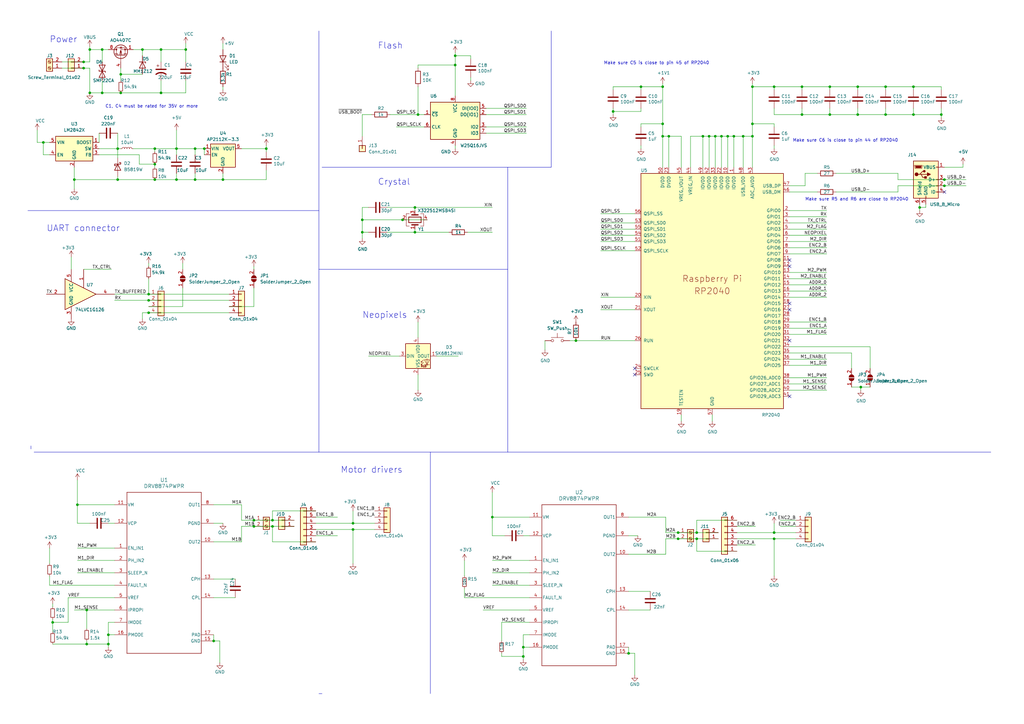
<source format=kicad_sch>
(kicad_sch (version 20230121) (generator eeschema)
  (paper "A3")
  (title_block (date "2022-01-29"))
  (junction (at 111.76 213.36))
  (junction (at 49.53 30.48))
  (junction (at 104.14 213.36))
  (junction (at 63.5 67.31))
  (junction (at 44.45 260.35))
  (junction (at 91.44 73.66))
  (junction (at 72.39 73.66))
  (junction (at 285.75 220.98))
  (junction (at 41.91 38.1))
  (junction (at 41.91 20.32))
  (junction (at 63.5 73.66))
  (junction (at 60.96 128.27))
  (junction (at 274.32 55.88))
  (junction (at 144.78 217.17))
  (junction (at 80.01 60.96))
  (junction (at 328.93 35.56))
  (junction (at 298.45 55.88))
  (junction (at 148.59 95.25))
  (junction (at 30.48 73.66))
  (junction (at 60.96 123.19))
  (junction (at 308.61 55.88))
  (junction (at 317.5 220.98))
  (junction (at 293.37 55.88))
  (junction (at 308.61 35.56))
  (junction (at 60.96 120.65))
  (junction (at 386.08 46.99))
  (junction (at 214.63 269.24))
  (junction (at 340.36 46.99))
  (junction (at 363.22 46.99))
  (junction (at 236.22 139.7))
  (junction (at 186.69 22.86))
  (junction (at 377.19 85.09))
  (junction (at 31.75 207.01))
  (junction (at 351.79 46.99))
  (junction (at 58.42 20.32))
  (junction (at 104.14 215.9))
  (junction (at 44.45 264.16))
  (junction (at 148.59 90.17))
  (junction (at 317.5 218.44))
  (junction (at 21.59 255.27))
  (junction (at 308.61 50.8))
  (junction (at 17.78 58.42))
  (junction (at 271.78 35.56))
  (junction (at 374.65 35.56))
  (junction (at 290.83 55.88))
  (junction (at 80.01 73.66))
  (junction (at 63.5 60.96))
  (junction (at 48.26 73.66))
  (junction (at 353.06 158.75))
  (junction (at 278.13 218.44))
  (junction (at 288.29 55.88))
  (junction (at 66.04 38.1))
  (junction (at 34.29 25.4))
  (junction (at 171.45 46.99))
  (junction (at 257.81 267.97))
  (junction (at 170.18 95.25))
  (junction (at 83.82 60.96))
  (junction (at 363.22 35.56))
  (junction (at 201.93 212.09))
  (junction (at 271.78 55.88))
  (junction (at 295.91 55.88))
  (junction (at 285.75 218.44))
  (junction (at 35.56 264.16))
  (junction (at 109.22 60.96))
  (junction (at 186.69 26.67))
  (junction (at 317.5 35.56))
  (junction (at 351.79 35.56))
  (junction (at 304.8 55.88))
  (junction (at 387.35 76.2))
  (junction (at 76.2 20.32))
  (junction (at 214.63 265.43))
  (junction (at 111.76 215.9))
  (junction (at 300.99 55.88))
  (junction (at 35.56 250.19))
  (junction (at 251.46 45.72))
  (junction (at 36.83 38.1))
  (junction (at 87.63 262.89))
  (junction (at 271.78 50.8))
  (junction (at 165.1 90.17))
  (junction (at 374.65 46.99))
  (junction (at 278.13 220.98))
  (junction (at 34.29 27.94))
  (junction (at 328.93 46.99))
  (junction (at 262.89 35.56))
  (junction (at 170.18 85.09))
  (junction (at 72.39 60.96))
  (junction (at 144.78 214.63))
  (junction (at 48.26 60.96))
  (junction (at 387.35 73.66))
  (junction (at 66.04 20.32))
  (junction (at 36.83 20.32))
  (junction (at 49.53 38.1))
  (junction (at 340.36 35.56))
  (no_connect (at 387.35 78.74))
  (no_connect (at 323.85 106.68))
  (no_connect (at 323.85 109.22))
  (no_connect (at 323.85 124.46))
  (no_connect (at 323.85 162.56))
  (no_connect (at 323.85 127))
  (no_connect (at 323.85 139.7))
  (no_connect (at 260.35 151.13))
  (no_connect (at 260.35 153.67))
  (wire (pts (xy 317.5 35.56) (xy 328.93 35.56)))
  (wire (pts (xy 317.5 36.83) (xy 317.5 35.56)))
  (wire (pts (xy 308.61 50.8) (xy 308.61 55.88)))
  (wire (pts (xy 80.01 71.12) (xy 80.01 73.66)))
  (wire (pts (xy 323.85 78.74) (xy 335.28 78.74)))
  (wire (pts (xy 317.5 220.98) (xy 326.39 220.98)))
  (wire (pts (xy 285.75 218.44) (xy 294.64 218.44)))
  (wire (pts (xy 323.85 142.24) (xy 356.87 142.24)))
  (wire (pts (xy 387.35 73.66) (xy 396.24 73.66)))
  (wire (pts (xy 217.17 250.19) (xy 198.12 250.19)))
  (wire (pts (xy 323.85 88.9) (xy 339.09 88.9)))
  (wire (pts (xy 151.13 95.25) (xy 148.59 95.25)))
  (wire (pts (xy 302.26 223.52) (xy 309.88 223.52)))
  (wire (pts (xy 323.85 101.6) (xy 339.09 101.6)))
  (wire (pts (xy 356.87 142.24) (xy 356.87 151.13)))
  (wire (pts (xy 387.35 76.2) (xy 396.24 76.2)))
  (wire (pts (xy 323.85 144.78) (xy 349.25 144.78)))
  (wire (pts (xy 63.5 60.96) (xy 72.39 60.96)))
  (wire (pts (xy 31.75 229.87) (xy 46.99 229.87)))
  (wire (pts (xy 323.85 111.76) (xy 339.09 111.76)))
  (wire (pts (xy 57.15 67.31) (xy 63.5 67.31)))
  (wire (pts (xy 290.83 68.58) (xy 290.83 55.88)))
  (wire (pts (xy 186.69 59.69) (xy 186.69 60.96)))
  (wire (pts (xy 111.76 222.25) (xy 111.76 215.9)))
  (wire (pts (xy 129.54 222.25) (xy 111.76 222.25)))
  (wire (pts (xy 111.76 215.9) (xy 104.14 215.9)))
  (wire (pts (xy 27.94 245.11) (xy 27.94 255.27)))
  (wire (pts (xy 323.85 132.08) (xy 339.09 132.08)))
  (wire (pts (xy 374.65 46.99) (xy 363.22 46.99)))
  (wire (pts (xy 46.99 245.11) (xy 27.94 245.11)))
  (wire (pts (xy 323.85 76.2) (xy 330.2 76.2)))
  (wire (pts (xy 36.83 20.32) (xy 41.91 20.32)))
  (wire (pts (xy 148.59 85.09) (xy 148.59 90.17)))
  (wire (pts (xy 304.8 55.88) (xy 308.61 55.88)))
  (wire (pts (xy 99.06 60.96) (xy 109.22 60.96)))
  (wire (pts (xy 285.75 226.06) (xy 302.26 226.06)))
  (wire (pts (xy 285.75 220.98) (xy 285.75 226.06)))
  (wire (pts (xy 278.13 220.98) (xy 285.75 220.98)))
  (wire (pts (xy 20.32 236.22) (xy 20.32 240.03)))
  (wire (pts (xy 66.04 38.1) (xy 76.2 38.1)))
  (wire (pts (xy 271.78 50.8) (xy 271.78 55.88)))
  (wire (pts (xy 323.85 160.02) (xy 339.09 160.02)))
  (wire (pts (xy 60.96 107.95) (xy 60.96 109.22)))
  (wire (pts (xy 20.32 224.79) (xy 20.32 231.14)))
  (wire (pts (xy 199.39 52.07) (xy 215.9 52.07)))
  (wire (pts (xy 214.63 265.43) (xy 214.63 269.24)))
  (wire (pts (xy 300.99 55.88) (xy 304.8 55.88)))
  (wire (pts (xy 48.26 54.61) (xy 48.26 60.96)))
  (wire (pts (xy 279.4 55.88) (xy 274.32 55.88)))
  (wire (pts (xy 308.61 50.8) (xy 317.5 50.8)))
  (polyline (pts (xy 130.81 110.49) (xy 208.28 110.49)))
  (wire (pts (xy 25.4 27.94) (xy 34.29 27.94)))
  (wire (pts (xy 257.81 267.97) (xy 260.35 267.97)))
  (wire (pts (xy 87.63 245.11) (xy 96.52 245.11)))
  (wire (pts (xy 323.85 121.92) (xy 339.09 121.92)))
  (wire (pts (xy 48.26 60.96) (xy 49.53 60.96)))
  (wire (pts (xy 151.13 85.09) (xy 148.59 85.09)))
  (wire (pts (xy 190.5 245.11) (xy 217.17 245.11)))
  (wire (pts (xy 323.85 149.86) (xy 339.09 149.86)))
  (wire (pts (xy 271.78 34.29) (xy 271.78 35.56)))
  (wire (pts (xy 330.2 71.12) (xy 335.28 71.12)))
  (wire (pts (xy 162.56 52.07) (xy 173.99 52.07)))
  (wire (pts (xy 170.18 86.36) (xy 170.18 85.09)))
  (wire (pts (xy 31.75 234.95) (xy 46.99 234.95)))
  (polyline (pts (xy 11.43 86.36) (xy 130.81 86.36)))
  (wire (pts (xy 271.78 55.88) (xy 271.78 68.58)))
  (wire (pts (xy 340.36 35.56) (xy 351.79 35.56)))
  (wire (pts (xy 15.24 53.34) (xy 15.24 58.42)))
  (wire (pts (xy 34.29 25.4) (xy 36.83 25.4)))
  (wire (pts (xy 36.83 20.32) (xy 36.83 25.4)))
  (wire (pts (xy 87.63 237.49) (xy 96.52 237.49)))
  (wire (pts (xy 274.32 55.88) (xy 271.78 55.88)))
  (wire (pts (xy 323.85 114.3) (xy 339.09 114.3)))
  (wire (pts (xy 44.45 264.16) (xy 44.45 265.43)))
  (wire (pts (xy 368.3 78.74) (xy 368.3 76.2)))
  (wire (pts (xy 91.44 35.56) (xy 91.44 36.83)))
  (wire (pts (xy 74.93 107.95) (xy 74.93 110.49)))
  (wire (pts (xy 66.04 20.32) (xy 66.04 25.4)))
  (wire (pts (xy 144.78 209.55) (xy 144.78 214.63)))
  (wire (pts (xy 129.54 214.63) (xy 144.78 214.63)))
  (wire (pts (xy 223.52 139.7) (xy 223.52 143.51)))
  (wire (pts (xy 21.59 264.16) (xy 35.56 264.16)))
  (wire (pts (xy 236.22 139.7) (xy 260.35 139.7)))
  (wire (pts (xy 20.32 240.03) (xy 46.99 240.03)))
  (wire (pts (xy 363.22 35.56) (xy 374.65 35.56)))
  (wire (pts (xy 298.45 55.88) (xy 300.99 55.88)))
  (wire (pts (xy 342.9 78.74) (xy 368.3 78.74)))
  (wire (pts (xy 41.91 20.32) (xy 41.91 25.4)))
  (wire (pts (xy 151.13 146.05) (xy 163.83 146.05)))
  (wire (pts (xy 36.83 19.05) (xy 36.83 20.32)))
  (wire (pts (xy 57.15 63.5) (xy 57.15 67.31)))
  (polyline (pts (xy 130.81 12.7) (xy 130.81 185.42)) (stroke (width 0) (type solid)))
  (wire (pts (xy 317.5 59.69) (xy 317.5 60.96)))
  (wire (pts (xy 60.96 123.19) (xy 93.98 123.19)))
  (wire (pts (xy 340.36 44.45) (xy 340.36 46.99)))
  (wire (pts (xy 171.45 35.56) (xy 171.45 46.99)))
  (wire (pts (xy 66.04 20.32) (xy 76.2 20.32)))
  (wire (pts (xy 377.19 85.09) (xy 377.19 86.36)))
  (wire (pts (xy 21.59 247.65) (xy 21.59 248.92)))
  (wire (pts (xy 72.39 73.66) (xy 80.01 73.66)))
  (wire (pts (xy 293.37 55.88) (xy 295.91 55.88)))
  (wire (pts (xy 40.64 54.61) (xy 40.64 58.42)))
  (wire (pts (xy 308.61 34.29) (xy 308.61 35.56)))
  (wire (pts (xy 374.65 44.45) (xy 374.65 46.99)))
  (wire (pts (xy 99.06 213.36) (xy 104.14 213.36)))
  (wire (pts (xy 273.05 218.44) (xy 278.13 218.44)))
  (wire (pts (xy 63.5 60.96) (xy 63.5 62.23)))
  (wire (pts (xy 158.75 95.25) (xy 170.18 95.25)))
  (wire (pts (xy 302.26 213.36) (xy 285.75 213.36)))
  (wire (pts (xy 278.13 218.44) (xy 285.75 218.44)))
  (wire (pts (xy 285.75 213.36) (xy 285.75 218.44)))
  (wire (pts (xy 214.63 265.43) (xy 217.17 265.43)))
  (wire (pts (xy 41.91 20.32) (xy 44.45 20.32)))
  (wire (pts (xy 246.38 121.92) (xy 260.35 121.92)))
  (wire (pts (xy 44.45 260.35) (xy 44.45 264.16)))
  (wire (pts (xy 201.93 229.87) (xy 217.17 229.87)))
  (wire (pts (xy 48.26 60.96) (xy 48.26 64.77)))
  (wire (pts (xy 60.96 114.3) (xy 60.96 120.65)))
  (wire (pts (xy 379.73 83.82) (xy 379.73 85.09)))
  (wire (pts (xy 274.32 68.58) (xy 274.32 55.88)))
  (wire (pts (xy 87.63 262.89) (xy 90.17 262.89)))
  (polyline (pts (xy 208.28 68.58) (xy 208.28 185.42)) (stroke (width 0) (type solid)))
  (wire (pts (xy 214.63 219.71) (xy 217.17 219.71)))
  (wire (pts (xy 308.61 35.56) (xy 308.61 50.8)))
  (wire (pts (xy 262.89 52.07) (xy 262.89 50.8)))
  (wire (pts (xy 288.29 55.88) (xy 290.83 55.88)))
  (wire (pts (xy 323.85 91.44) (xy 339.09 91.44)))
  (wire (pts (xy 323.85 147.32) (xy 339.09 147.32)))
  (wire (pts (xy 320.04 213.36) (xy 326.39 213.36)))
  (wire (pts (xy 363.22 46.99) (xy 351.79 46.99)))
  (wire (pts (xy 262.89 50.8) (xy 271.78 50.8)))
  (wire (pts (xy 273.05 220.98) (xy 278.13 220.98)))
  (wire (pts (xy 193.04 24.13) (xy 193.04 22.86)))
  (wire (pts (xy 72.39 60.96) (xy 72.39 53.34)))
  (wire (pts (xy 148.59 95.25) (xy 148.59 97.79)))
  (wire (pts (xy 323.85 134.62) (xy 339.09 134.62)))
  (wire (pts (xy 87.63 207.01) (xy 99.06 207.01)))
  (wire (pts (xy 36.83 27.94) (xy 36.83 38.1)))
  (wire (pts (xy 34.29 27.94) (xy 36.83 27.94)))
  (wire (pts (xy 201.93 201.93) (xy 201.93 212.09)))
  (wire (pts (xy 214.63 269.24) (xy 214.63 270.51)))
  (wire (pts (xy 80.01 60.96) (xy 80.01 63.5)))
  (wire (pts (xy 58.42 128.27) (xy 58.42 130.81)))
  (wire (pts (xy 17.78 58.42) (xy 17.78 63.5)))
  (wire (pts (xy 302.26 218.44) (xy 317.5 218.44)))
  (wire (pts (xy 317.5 214.63) (xy 317.5 218.44)))
  (polyline (pts (xy 176.53 284.48) (xy 176.53 185.42)) (stroke (width 0) (type solid)))
  (wire (pts (xy 87.63 260.35) (xy 87.63 262.89)))
  (wire (pts (xy 328.93 44.45) (xy 328.93 46.99)))
  (wire (pts (xy 262.89 59.69) (xy 262.89 60.96)))
  (wire (pts (xy 349.25 158.75) (xy 353.06 158.75)))
  (wire (pts (xy 35.56 262.89) (xy 35.56 264.16)))
  (wire (pts (xy 374.65 36.83) (xy 374.65 35.56)))
  (wire (pts (xy 129.54 217.17) (xy 144.78 217.17)))
  (wire (pts (xy 144.78 217.17) (xy 144.78 231.14)))
  (wire (pts (xy 104.14 118.11) (xy 104.14 125.73)))
  (wire (pts (xy 35.56 250.19) (xy 35.56 257.81)))
  (wire (pts (xy 109.22 69.85) (xy 109.22 73.66)))
  (wire (pts (xy 63.5 67.31) (xy 63.5 68.58)))
  (wire (pts (xy 190.5 229.87) (xy 190.5 236.22)))
  (wire (pts (xy 17.78 58.42) (xy 15.24 58.42)))
  (wire (pts (xy 41.91 33.02) (xy 41.91 38.1)))
  (wire (pts (xy 201.93 234.95) (xy 217.17 234.95)))
  (wire (pts (xy 342.9 71.12) (xy 368.3 71.12)))
  (wire (pts (xy 54.61 20.32) (xy 58.42 20.32)))
  (wire (pts (xy 44.45 260.35) (xy 46.99 260.35)))
  (wire (pts (xy 199.39 44.45) (xy 215.9 44.45)))
  (wire (pts (xy 292.1 170.18) (xy 292.1 172.72)))
  (wire (pts (xy 323.85 99.06) (xy 339.09 99.06)))
  (wire (pts (xy 35.56 264.16) (xy 44.45 264.16)))
  (wire (pts (xy 323.85 137.16) (xy 339.09 137.16)))
  (wire (pts (xy 44.45 255.27) (xy 44.45 260.35)))
  (wire (pts (xy 60.96 128.27) (xy 58.42 128.27)))
  (wire (pts (xy 190.5 241.3) (xy 190.5 245.11)))
  (wire (pts (xy 148.59 90.17) (xy 148.59 95.25)))
  (wire (pts (xy 60.96 120.65) (xy 93.98 120.65)))
  (wire (pts (xy 158.75 85.09) (xy 170.18 85.09)))
  (wire (pts (xy 251.46 44.45) (xy 251.46 45.72)))
  (wire (pts (xy 80.01 60.96) (xy 83.82 60.96)))
  (wire (pts (xy 257.81 219.71) (xy 261.62 219.71)))
  (wire (pts (xy 40.64 63.5) (xy 57.15 63.5)))
  (wire (pts (xy 394.97 67.31) (xy 394.97 68.58)))
  (wire (pts (xy 20.32 58.42) (xy 17.78 58.42)))
  (wire (pts (xy 129.54 212.09) (xy 138.43 212.09)))
  (wire (pts (xy 171.45 132.08) (xy 171.45 138.43)))
  (wire (pts (xy 271.78 35.56) (xy 271.78 50.8)))
  (wire (pts (xy 144.78 214.63) (xy 153.67 214.63)))
  (wire (pts (xy 193.04 31.75) (xy 193.04 33.02)))
  (wire (pts (xy 87.63 214.63) (xy 91.44 214.63)))
  (wire (pts (xy 171.45 153.67) (xy 171.45 160.02)))
  (wire (pts (xy 111.76 215.9) (xy 120.65 215.9)))
  (wire (pts (xy 60.96 128.27) (xy 93.98 128.27)))
  (wire (pts (xy 351.79 44.45) (xy 351.79 46.99)))
  (wire (pts (xy 21.59 254) (xy 21.59 255.27)))
  (wire (pts (xy 29.21 105.41) (xy 29.21 110.49)))
  (wire (pts (xy 104.14 109.22) (xy 104.14 110.49)))
  (wire (pts (xy 72.39 60.96) (xy 72.39 63.5)))
  (wire (pts (xy 25.4 25.4) (xy 34.29 25.4)))
  (wire (pts (xy 148.59 90.17) (xy 165.1 90.17)))
  (wire (pts (xy 58.42 20.32) (xy 66.04 20.32)))
  (wire (pts (xy 48.26 73.66) (xy 63.5 73.66)))
  (wire (pts (xy 368.3 71.12) (xy 368.3 73.66)))
  (wire (pts (xy 386.08 46.99) (xy 386.08 48.26)))
  (wire (pts (xy 351.79 35.56) (xy 363.22 35.56)))
  (wire (pts (xy 368.3 73.66) (xy 387.35 73.66)))
  (wire (pts (xy 186.69 22.86) (xy 186.69 26.67)))
  (wire (pts (xy 283.21 68.58) (xy 283.21 55.88)))
  (wire (pts (xy 144.78 217.17) (xy 153.67 217.17)))
  (wire (pts (xy 74.93 125.73) (xy 74.93 118.11)))
  (wire (pts (xy 91.44 71.12) (xy 91.44 73.66)))
  (wire (pts (xy 323.85 93.98) (xy 339.09 93.98)))
  (wire (pts (xy 298.45 68.58) (xy 298.45 55.88)))
  (wire (pts (xy 170.18 95.25) (xy 184.15 95.25)))
  (wire (pts (xy 273.05 212.09) (xy 273.05 218.44)))
  (wire (pts (xy 288.29 68.58) (xy 288.29 55.88)))
  (wire (pts (xy 58.42 22.86) (xy 58.42 20.32)))
  (wire (pts (xy 48.26 72.39) (xy 48.26 73.66)))
  (wire (pts (xy 99.06 207.01) (xy 99.06 213.36)))
  (wire (pts (xy 60.96 125.73) (xy 74.93 125.73)))
  (polyline (pts (xy 226.06 12.7) (xy 226.06 68.58)) (stroke (width 0) (type solid)))
  (wire (pts (xy 279.4 68.58) (xy 279.4 55.88)))
  (wire (pts (xy 387.35 68.58) (xy 394.97 68.58)))
  (wire (pts (xy 285.75 220.98) (xy 294.64 220.98)))
  (wire (pts (xy 328.93 36.83) (xy 328.93 35.56)))
  (wire (pts (xy 30.48 250.19) (xy 35.56 250.19)))
  (polyline (pts (xy 13.97 185.42) (xy 406.4 185.42)) (stroke (width 0) (type solid)))
  (wire (pts (xy 171.45 26.67) (xy 186.69 26.67)))
  (wire (pts (xy 353.06 158.75) (xy 356.87 158.75)))
  (wire (pts (xy 201.93 219.71) (xy 201.93 212.09)))
  (wire (pts (xy 191.77 95.25) (xy 201.93 95.25)))
  (wire (pts (xy 293.37 68.58) (xy 293.37 55.88)))
  (wire (pts (xy 90.17 262.89) (xy 90.17 271.78)))
  (wire (pts (xy 66.04 33.02) (xy 66.04 38.1)))
  (wire (pts (xy 31.75 196.85) (xy 31.75 207.01)))
  (wire (pts (xy 165.1 90.17) (xy 175.26 90.17)))
  (wire (pts (xy 160.02 46.99) (xy 171.45 46.99)))
  (wire (pts (xy 304.8 68.58) (xy 304.8 55.88)))
  (wire (pts (xy 76.2 17.78) (xy 76.2 20.32)))
  (wire (pts (xy 257.81 227.33) (xy 273.05 227.33)))
  (wire (pts (xy 246.38 99.06) (xy 260.35 99.06)))
  (wire (pts (xy 46.99 255.27) (xy 44.45 255.27)))
  (wire (pts (xy 186.69 26.67) (xy 186.69 39.37)))
  (wire (pts (xy 257.81 212.09) (xy 273.05 212.09)))
  (wire (pts (xy 31.75 214.63) (xy 31.75 207.01)))
  (polyline (pts (xy 12.7 182.88) (xy 12.7 184.15)))
  (wire (pts (xy 323.85 86.36) (xy 339.09 86.36)))
  (wire (pts (xy 36.83 214.63) (xy 31.75 214.63)))
  (wire (pts (xy 257.81 242.57) (xy 266.7 242.57)))
  (wire (pts (xy 260.35 87.63) (xy 246.38 87.63)))
  (wire (pts (xy 44.45 214.63) (xy 46.99 214.63)))
  (wire (pts (xy 171.45 46.99) (xy 173.99 46.99)))
  (wire (pts (xy 49.53 38.1) (xy 66.04 38.1)))
  (wire (pts (xy 330.2 71.12) (xy 330.2 76.2)))
  (wire (pts (xy 80.01 73.66) (xy 91.44 73.66)))
  (wire (pts (xy 386.08 44.45) (xy 386.08 46.99)))
  (wire (pts (xy 246.38 93.98) (xy 260.35 93.98)))
  (wire (pts (xy 46.99 250.19) (xy 35.56 250.19)))
  (wire (pts (xy 27.94 255.27) (xy 21.59 255.27)))
  (wire (pts (xy 30.48 68.58) (xy 30.48 73.66)))
  (wire (pts (xy 323.85 157.48) (xy 339.09 157.48)))
  (wire (pts (xy 317.5 44.45) (xy 317.5 46.99)))
  (wire (pts (xy 214.63 260.35) (xy 214.63 265.43)))
  (wire (pts (xy 148.59 46.99) (xy 148.59 55.88)))
  (wire (pts (xy 374.65 46.99) (xy 386.08 46.99)))
  (wire (pts (xy 30.48 73.66) (xy 48.26 73.66)))
  (wire (pts (xy 41.91 38.1) (xy 49.53 38.1)))
  (wire (pts (xy 290.83 55.88) (xy 293.37 55.88)))
  (wire (pts (xy 63.5 73.66) (xy 72.39 73.66)))
  (wire (pts (xy 87.63 222.25) (xy 99.06 222.25)))
  (wire (pts (xy 109.22 60.96) (xy 109.22 59.69)))
  (wire (pts (xy 199.39 46.99) (xy 215.9 46.99)))
  (wire (pts (xy 99.06 222.25) (xy 99.06 215.9)))
  (polyline (pts (xy 132.08 68.58) (xy 226.06 68.58)) (stroke (width 0) (type solid)))
  (wire (pts (xy 49.53 30.48) (xy 49.53 33.02)))
  (wire (pts (xy 76.2 20.32) (xy 76.2 25.4)))
  (wire (pts (xy 317.5 220.98) (xy 317.5 236.22)))
  (wire (pts (xy 302.26 220.98) (xy 317.5 220.98)))
  (wire (pts (xy 109.22 62.23) (xy 109.22 60.96)))
  (wire (pts (xy 104.14 125.73) (xy 93.98 125.73)))
  (wire (pts (xy 340.36 36.83) (xy 340.36 35.56)))
  (wire (pts (xy 363.22 36.83) (xy 363.22 35.56)))
  (wire (pts (xy 353.06 158.75) (xy 353.06 160.02)))
  (wire (pts (xy 386.08 36.83) (xy 386.08 35.56)))
  (wire (pts (xy 320.04 215.9) (xy 326.39 215.9)))
  (wire (pts (xy 251.46 36.83) (xy 251.46 35.56)))
  (wire (pts (xy 262.89 35.56) (xy 271.78 35.56)))
  (wire (pts (xy 179.07 146.05) (xy 187.96 146.05)))
  (wire (pts (xy 49.53 27.94) (xy 49.53 30.48)))
  (wire (pts (xy 207.01 219.71) (xy 201.93 219.71)))
  (wire (pts (xy 308.61 35.56) (xy 317.5 35.56)))
  (wire (pts (xy 217.17 212.09) (xy 201.93 212.09)))
  (wire (pts (xy 34.29 110.49) (xy 45.72 110.49)))
  (wire (pts (xy 323.85 116.84) (xy 339.09 116.84)))
  (wire (pts (xy 279.4 170.18) (xy 279.4 172.72)))
  (wire (pts (xy 201.93 240.03) (xy 217.17 240.03)))
  (wire (pts (xy 283.21 55.88) (xy 288.29 55.88)))
  (wire (pts (xy 251.46 45.72) (xy 251.46 46.99)))
  (wire (pts (xy 46.99 120.65) (xy 60.96 120.65)))
  (wire (pts (xy 351.79 36.83) (xy 351.79 35.56)))
  (wire (pts (xy 300.99 55.88) (xy 300.99 68.58)))
  (wire (pts (xy 328.93 46.99) (xy 317.5 46.99)))
  (wire (pts (xy 257.81 265.43) (xy 257.81 267.97)))
  (wire (pts (xy 351.79 46.99) (xy 340.36 46.99)))
  (wire (pts (xy 340.36 46.99) (xy 328.93 46.99)))
  (wire (pts (xy 170.18 93.98) (xy 170.18 95.25)))
  (wire (pts (xy 317.5 218.44) (xy 326.39 218.44)))
  (wire (pts (xy 273.05 227.33) (xy 273.05 220.98)))
  (wire (pts (xy 46.99 123.19) (xy 60.96 123.19)))
  (wire (pts (xy 262.89 36.83) (xy 262.89 35.56)))
  (wire (pts (xy 205.74 269.24) (xy 214.63 269.24)))
  (wire (pts (xy 363.22 44.45) (xy 363.22 46.99)))
  (wire (pts (xy 260.35 267.97) (xy 260.35 276.86)))
  (wire (pts (xy 21.59 255.27) (xy 21.59 259.08)))
  (wire (pts (xy 368.3 76.2) (xy 387.35 76.2)))
  (wire (pts (xy 72.39 73.66) (xy 72.39 71.12)))
  (wire (pts (xy 317.5 52.07) (xy 317.5 50.8)))
  (wire (pts (xy 328.93 35.56) (xy 340.36 35.56)))
  (wire (pts (xy 260.35 127) (xy 246.38 127)))
  (wire (pts (xy 323.85 104.14) (xy 339.09 104.14)))
  (wire (pts (xy 99.06 215.9) (xy 104.14 215.9)))
  (wire (pts (xy 193.04 22.86) (xy 186.69 22.86)))
  (wire (pts (xy 377.19 83.82) (xy 377.19 85.09)))
  (wire (pts (xy 349.25 144.78) (xy 349.25 151.13)))
  (wire (pts (xy 217.17 260.35) (xy 214.63 260.35)))
  (wire (pts (xy 36.83 38.1) (xy 41.91 38.1)))
  (wire (pts (xy 111.76 213.36) (xy 120.65 213.36)))
  (wire (pts (xy 72.39 60.96) (xy 80.01 60.96)))
  (wire (pts (xy 295.91 55.88) (xy 298.45 55.88)))
  (wire (pts (xy 323.85 154.94) (xy 339.09 154.94)))
  (wire (pts (xy 170.18 85.09) (xy 201.93 85.09)))
  (wire (pts (xy 186.69 21.59) (xy 186.69 22.86)))
  (wire (pts (xy 217.17 255.27) (xy 205.74 255.27)))
  (wire (pts (xy 49.53 30.48) (xy 58.42 30.48)))
  (wire (pts (xy 295.91 68.58) (xy 295.91 55.88)))
  (wire (pts (xy 251.46 35.56) (xy 262.89 35.56)))
  (wire (pts (xy 31.75 224.79) (xy 46.99 224.79)))
  (wire (pts (xy 205.74 267.97) (xy 205.74 269.24)))
  (wire (pts (xy 129.54 219.71) (xy 138.43 219.71)))
  (wire (pts (xy 246.38 96.52) (xy 260.35 96.52)))
  (wire (pts (xy 54.61 60.96) (xy 63.5 60.96)))
  (wire (pts (xy 129.54 209.55) (xy 111.76 209.55)))
  (wire (pts (xy 111.76 213.36) (xy 104.14 213.36)))
  (wire (pts (xy 111.76 209.55) (xy 111.76 213.36)))
  (wire (pts (xy 323.85 119.38) (xy 339.09 119.38)))
  (wire (pts (xy 20.32 63.5) (xy 17.78 63.5)))
  (wire (pts (xy 323.85 96.52) (xy 339.09 96.52)))
  (wire (pts (xy 91.44 17.78) (xy 91.44 20.32)))
  (wire (pts (xy 83.82 60.96) (xy 83.82 63.5)))
  (wire (pts (xy 262.89 45.72) (xy 262.89 44.45)))
  (wire (pts (xy 40.64 60.96) (xy 48.26 60.96)))
  (wire (pts (xy 76.2 33.02) (xy 76.2 38.1)))
  (wire (pts (xy 205.74 255.27) (xy 205.74 262.89)))
  (wire (pts (xy 148.59 46.99) (xy 152.4 46.99)))
  (wire (pts (xy 46.99 207.01) (xy 31.75 207.01)))
  (wire (pts (xy 233.68 139.7) (xy 236.22 139.7)))
  (wire (pts (xy 251.46 45.72) (xy 262.89 45.72)))
  (wire (pts (xy 260.35 102.87) (xy 246.38 102.87)))
  (wire (pts (xy 257.81 250.19) (xy 266.7 250.19)))
  (wire (pts (xy 171.45 27.94) (xy 171.45 26.67)))
  (wire (pts (xy 199.39 54.61) (xy 215.9 54.61)))
  (polyline (pts (xy 130.81 284.48) (xy 132.08 284.48)))
  (wire (pts (xy 246.38 91.44) (xy 260.35 91.44)))
  (wire (pts (xy 379.73 85.09) (xy 377.19 85.09)))
  (wire (pts (xy 308.61 55.88) (xy 308.61 68.58)))
  (wire (pts (xy 109.22 73.66) (xy 91.44 73.66)))
  (wire (pts (xy 302.26 215.9) (xy 309.88 215.9)))
  (wire (pts (xy 374.65 35.56) (xy 386.08 35.56)))
  (wire (pts (xy 30.48 73.66) (xy 30.48 77.47)))
  (text "Make sure C5 is close to pin 45 of RP2040" (at 247.65 26.67 0) (effects (font (size 1.27 1.27)) (justify left bottom)))
  (text "Motor drivers" (at 139.7 194.31 0) (effects (font (size 2.54 2.54)) (justify left bottom)))
  (text "Crystal" (at 154.94 76.2 0) (effects (font (size 2.54 2.54)) (justify left bottom)))
  (text "C1, C4 must be rated for 35V or more" (at 43.18 44.45 0) (effects (font (size 1.27 1.27)) (justify left bottom)))
  (text "Neopixels" (at 148.59 130.81 0) (effects (font (size 2.54 2.54)) (justify left bottom)))
  (text "Make sure R5 and R6 are close to RP2040" (at 330.2 82.55 0) (effects (font (size 1.27 1.27)) (justify left bottom)))
  (text "Power" (at 20.32 17.78 0) (effects (font (size 2.54 2.54)) (justify left bottom)))
  (text "Make sure C6 is close to pin 44 of RP2040" (at 325.12 58.42 0) (effects (font (size 1.27 1.27)) (justify left bottom)))
  (text "Flash" (at 154.94 20.32 0) (effects (font (size 2.54 2.54)) (justify left bottom)))
  (text "UART connector" (at 19.05 95.25 0) (effects (font (size 2.54 2.54)) (justify left bottom)))
  (label "M2_DIR" (at 339.09 99.06 180))
  (label "M1A" (at 100.33 213.36 0))
  (label "QSPI_SD3" (at 246.38 99.06 0))
  (label "ENC2_A" (at 339.09 104.14 180))
  (label "NEOPIXEL" (at 339.09 96.52 180))
  (label "ENC2_A" (at 326.39 215.9 180))
  (label "QSPI_SCLK" (at 246.38 102.87 0))
  (label "XIN" (at 246.38 121.92 0))
  (label "M2B" (at 269.24 227.33 180))
  (label "ADDR_1" (at 339.09 119.38 180))
  (label "QSPI_SS" (at 246.38 87.63 0))
  (label "RX" (at 46.99 123.19 0))
  (label "QSPI_SS" (at 162.56 46.99 0))
  (label "M1_DIR" (at 31.75 229.87 0))
  (label "M1B" (at 99.06 222.25 180))
  (label "M2_FLAG" (at 190.5 245.11 0))
  (label "M1B" (at 100.33 215.9 0))
  (label "ENC1_A" (at 339.09 134.62 180))
  (label "M2A" (at 273.05 218.44 0))
  (label "ENC1_A" (at 129.54 219.71 0))
  (label "M1_PWM" (at 339.09 154.94 180))
  (label "VREF" (at 198.12 250.19 0))
  (label "ENC1_A" (at 153.67 212.09 180))
  (label "QSPI_SD0" (at 246.38 91.44 0))
  (label "USB_D-" (at 356.87 78.74 180))
  (label "M1_PWM" (at 31.75 224.79 0))
  (label "ENC2_B" (at 302.26 215.9 0))
  (label "M2_PWM" (at 201.93 229.87 0))
  (label "ENC1_B" (at 153.67 209.55 180))
  (label "USB_D-" (at 396.24 76.2 180))
  (label "VREF" (at 27.94 245.11 0))
  (label "QSPI_SD1" (at 215.9 46.99 180))
  (label "USB_D+" (at 356.87 71.12 180))
  (label "QSPI_SD2" (at 246.38 96.52 0))
  (label "M1_SENSE" (at 339.09 157.48 180))
  (label "M2B" (at 273.05 220.98 0))
  (label "RUN" (at 246.38 139.7 0))
  (label "XOUT" (at 246.38 127 0))
  (label "TX_CTRL" (at 339.09 91.44 180))
  (label "ENC2_B" (at 326.39 213.36 180))
  (label "QSPI_SCLK" (at 162.56 52.07 0))
  (label "M2_FLAG" (at 339.09 93.98 180))
  (label "TX_BUFFERED" (at 46.99 120.65 0))
  (label "M2_SENSE" (at 205.74 255.27 0))
  (label "TX_CTRL" (at 45.72 110.49 180))
  (label "USB_D+" (at 396.24 73.66 180))
  (label "ENC1_B" (at 129.54 212.09 0))
  (label "M2A" (at 269.24 212.09 180))
  (label "ENC2_A" (at 302.26 223.52 0))
  (label "M2_ENABLE" (at 201.93 240.03 0))
  (label "TX" (at 339.09 86.36 180))
  (label "XOUT" (at 201.93 95.25 180))
  (label "M2_DIR" (at 201.93 234.95 0))
  (label "ADDR_0" (at 339.09 116.84 180))
  (label "M1_DIR" (at 339.09 149.86 180))
  (label "ADDR_2" (at 339.09 121.92 180))
  (label "M1_ENABLE" (at 339.09 147.32 180))
  (label "QSPI_SD1" (at 246.38 93.98 0))
  (label "ENC1_B" (at 339.09 132.08 180))
  (label "QSPI_SD0" (at 215.9 44.45 180))
  (label "QSPI_SD2" (at 215.9 52.07 180))
  (label "RX" (at 339.09 88.9 180))
  (label "~{USB_BOOT}" (at 148.59 46.99 180))
  (label "M2_ENABLE" (at 339.09 114.3 180))
  (label "M1_SENSE" (at 30.48 250.19 0))
  (label "M1_ENABLE" (at 31.75 234.95 0))
  (label "M2_PWM" (at 339.09 111.76 180))
  (label "M1A" (at 99.06 207.01 180))
  (label "XIN" (at 201.93 85.09 180))
  (label "TX" (at 19.05 120.65 0))
  (label "M1_FLAG" (at 339.09 137.16 180))
  (label "NEOPIXEL" (at 151.13 146.05 0))
  (label "M1_FLAG" (at 21.59 240.03 0))
  (label "M2_SENSE" (at 339.09 160.02 180))
  (label "ENC2_B" (at 339.09 101.6 180))
  (label "QSPI_SD3" (at 215.9 54.61 180))
  (symbol (lib_id "power:GND") (at 260.35 276.86 0) (unit 1)
    (property "Reference" "#PWR012" (effects hide))
    (property "Value" "GND" (at 260.35 280.67 0))
  )
  (symbol (lib_id "Connector_Generic:Conn_01x04") (at 99.06 123.19 0) (unit 1)
    (property "Reference" "J7" (at 97.79 118.11 0) (effects (justify left)))
    (property "Value" "Conn_01x04" (at 93.98 130.81 0) (effects (justify left)))
    (property "Footprint" "Connector_JST:JST_PH_B4B-PH-K_1x04_P2.00mm_Vertical" (effects hide))
  )
  (symbol (lib_id "power:GND") (at 36.83 38.1 0) (unit 1)
    (property "Reference" "#PWR0101" (effects hide))
    (property "Value" "GND" (at 36.83 41.91 0))
  )
  (symbol (lib_id "Connector:Screw_Terminal_01x02") (at 109.22 213.36 0) (unit 1)
    (property "Reference" "J1" (at 107.95 218.44 0) (effects (justify left)))
    (property "Value" "Screw_Terminal_01x02" (effects hide))
    (property "Footprint" "shurik-personal:TerminalBlock_Phoenix_MKDS-1,5-2_1x02_P5.00mm_Horizontal_nosilk" (effects hide))
  )
  (symbol (lib_id "power:GND") (at 317.5 236.22 0) (unit 1)
    (property "Reference" "#PWR0109" (effects hide))
    (property "Value" "GND" (at 317.5 240.03 0))
  )
  (symbol (lib_id "Device:Crystal_GND24") (at 170.18 90.17 90) (unit 1)
    (property "Reference" "Y1" (at 172.72 93.98 90))
    (property "Value" "X322512MSB4SI" (at 179.07 86.36 90))
    (property "Footprint" "Crystal:Crystal_SMD_Abracon_ABM8G-4Pin_3.2x2.5mm" (effects hide))
    (property "Datasheet" "https://datasheet.lcsc.com/lcsc/2103291203_Yangxing-Tech-X322512MSB4SI_C9002.pdf" (effects hide))
    (property "LCSC" "C9002" (effects hide))
  )
  (symbol (lib_id "power:+3.3V") (at 317.5 214.63 0) (unit 1)
    (property "Reference" "#PWR0111" (effects hide))
    (property "Value" "+3.3V" (at 316.23 210.82 0))
  )
  (symbol (lib_id "Jumper:SolderJumper_2_Open") (at 356.87 154.94 90) (unit 1)
    (property "Reference" "JP4" (at 359.41 153.67 90) (effects (justify right)))
    (property "Value" "SolderJumper_2_Open" (at 359.41 156.21 90) (effects (justify right)))
    (property "Footprint" "Jumper:SolderJumper-2_P1.3mm_Open_TrianglePad1.0x1.5mm" (effects hide))
  )
  (symbol (lib_id "power:+3V3") (at 190.5 229.87 0) (unit 1)
    (property "Reference" "#PWR09" (effects hide))
    (property "Value" "+3V3" (at 190.881 225.4758 0))
  )
  (symbol (lib_id "Device:C_Polarized_US") (at 66.04 29.21 0) (unit 1)
    (property "Reference" "C1" (at 67.31 26.67 0) (effects (justify left)))
    (property "Value" "220uF" (at 64.77 31.75 0) (effects (justify left)))
    (property "Footprint" "Capacitor_THT:CP_Radial_D8.0mm_P3.50mm" (effects hide))
  )
  (symbol (lib_id "Device:C") (at 109.22 66.04 0) (unit 1)
    (property "Reference" "C2" (at 112.141 64.8716 0) (effects (justify left)))
    (property "Value" "10uF" (at 112.141 67.183 0) (effects (justify left)))
    (property "Footprint" "Capacitor_SMD:C_0805_2012Metric" (effects hide))
    (property "LCSC" "C15850" (effects hide))
  )
  (symbol (lib_id "power:GND") (at 193.04 33.02 0) (unit 1)
    (property "Reference" "#PWR0134" (effects hide))
    (property "Value" "GND" (at 196.85 34.29 0))
  )
  (symbol (lib_id "power:+3V3") (at 186.69 21.59 0) (unit 1)
    (property "Reference" "#PWR0136" (effects hide))
    (property "Value" "+3V3" (at 187.071 17.1958 0))
  )
  (symbol (lib_id "Device:R_Small") (at 35.56 260.35 0) (unit 1)
    (property "Reference" "R14" (at 36.83 259.08 0) (effects (justify left)))
    (property "Value" "1.5k" (at 36.83 261.62 0) (effects (justify left)))
    (property "Footprint" "Resistor_SMD:R_0402_1005Metric" (effects hide))
    (property "LCSC" "C25867" (effects hide))
  )
  (symbol (lib_id "Device:D_TVS") (at 41.91 29.21 90) (unit 1)
    (property "Reference" "D6" (at 39.37 25.4 90) (effects (justify right)))
    (property "Value" "SMF22CA" (at 38.1 33.02 90) (effects (justify right)))
    (property "Footprint" "Diode_SMD:D_SOD-123F" (effects hide))
    (property "Datasheet" "https://datasheet.lcsc.com/lcsc/1912111437_Shenzhen-Jinkaisheng-Elec-SMF24CA_C362065.pdf" (effects hide))
    (property "LCSC" "C353295" (effects hide))
  )
  (symbol (lib_id "Device:C") (at 386.08 40.64 0) (unit 1)
    (property "Reference" "C17" (at 389.001 39.4716 0) (effects (justify left)))
    (property "Value" "100nF" (at 389.001 41.783 0) (effects (justify left)))
    (property "Footprint" "Capacitor_SMD:C_0402_1005Metric" (effects hide))
    (property "LCSC" "C1525" (effects hide))
  )
  (symbol (lib_id "power:VCC") (at 31.75 196.85 0) (unit 1)
    (property "Reference" "#PWR04" (effects hide))
    (property "Value" "VCC" (at 33.02 193.04 0))
  )
  (symbol (lib_id "power:GND") (at 353.06 160.02 0) (unit 1)
    (property "Reference" "#PWR018" (effects hide))
    (property "Value" "GND" (at 353.187 164.4142 0))
  )
  (symbol (lib_id "Device:R") (at 171.45 31.75 0) (unit 1)
    (property "Reference" "R3" (at 173.228 30.5816 0) (effects (justify left)))
    (property "Value" "10K" (at 173.228 32.893 0) (effects (justify left)))
    (property "Footprint" "Resistor_SMD:R_0402_1005Metric" (effects hide))
    (property "LCSC" "C25744" (effects hide))
  )
  (symbol (lib_id "Device:C") (at 72.39 67.31 180) (unit 1)
    (property "Reference" "C22" (at 74.93 64.77 0))
    (property "Value" "10uF" (at 74.93 69.85 0))
    (property "Footprint" "Capacitor_SMD:C_0805_2012Metric" (effects hide))
    (property "LCSC" "C15850" (effects hide))
  )
  (symbol (lib_id "Device:R_Small") (at 63.5 71.12 0) (unit 1)
    (property "Reference" "R8" (at 64.77 69.85 0) (effects (justify left)))
    (property "Value" "10k" (at 64.77 72.39 0) (effects (justify left)))
    (property "Footprint" "Resistor_SMD:R_0402_1005Metric" (effects hide))
    (property "LCSC" "C25744" (effects hide))
  )
  (symbol (lib_id "Device:C") (at 262.89 55.88 0) (unit 1)
    (property "Reference" "C5" (at 265.811 54.7116 0) (effects (justify left)))
    (property "Value" "1uF" (at 265.811 57.023 0) (effects (justify left)))
    (property "Footprint" "Capacitor_SMD:C_0402_1005Metric" (effects hide))
    (property "LCSC" "C52923" (effects hide))
  )
  (symbol (lib_id "Switch:SW_Push") (at 228.6 139.7 0) (unit 1)
    (property "Reference" "SW1" (at 228.6 132.08 0))
    (property "Value" "SW_Push" (at 228.6 134.62 0))
    (property "Footprint" "Button_Switch_SMD:SW_SPST_PTS810" (effects hide))
    (property "LCSC" "C116501" (effects hide))
  )
  (symbol (lib_id "power:GND") (at 44.45 265.43 0) (unit 1)
    (property "Reference" "#PWR03" (effects hide))
    (property "Value" "GND" (at 44.45 269.24 0))
  )
  (symbol (lib_id "Connector:Screw_Terminal_01x02") (at 283.21 218.44 0) (unit 1)
    (property "Reference" "J2" (at 281.94 223.52 0) (effects (justify left)))
    (property "Value" "Screw_Terminal_01x02" (effects hide))
    (property "Footprint" "shurik-personal:TerminalBlock_Phoenix_MKDS-1,5-2_1x02_P5.00mm_Horizontal_nosilk" (effects hide))
  )
  (symbol (lib_id "Device:C") (at 44.45 54.61 90) (unit 1)
    (property "Reference" "C19" (at 44.45 48.26 90))
    (property "Value" "220nF" (at 44.45 50.8 90))
    (property "Footprint" "Capacitor_SMD:C_0402_1005Metric" (effects hide))
    (property "LCSC" "C16772" (effects hide))
  )
  (symbol (lib_id "Device:C") (at 328.93 40.64 0) (unit 1)
    (property "Reference" "C12" (at 331.851 39.4716 0) (effects (justify left)))
    (property "Value" "100nF" (at 331.851 41.783 0) (effects (justify left)))
    (property "Footprint" "Capacitor_SMD:C_0402_1005Metric" (effects hide))
    (property "LCSC" "C1525" (effects hide))
  )
  (symbol (lib_id "power:VBUS") (at 36.83 19.05 0) (unit 1)
    (property "Reference" "#PWR0113" (effects hide))
    (property "Value" "VBUS" (at 36.83 15.24 0))
  )
  (symbol (lib_id "power:+3V3") (at 21.59 247.65 0) (unit 1)
    (property "Reference" "#PWR06" (effects hide))
    (property "Value" "+3V3" (at 21.971 243.2558 0))
  )
  (symbol (lib_id "power:GND") (at 262.89 60.96 0) (unit 1)
    (property "Reference" "#PWR0123" (effects hide))
    (property "Value" "GND" (at 263.017 65.3542 0))
  )
  (symbol (lib_id "Device:R_Small") (at 60.96 111.76 0) (unit 1)
    (property "Reference" "R16" (at 62.23 109.22 0) (effects (justify left)))
    (property "Value" "54.9k" (at 62.23 111.76 0) (effects (justify left)))
    (property "Footprint" "Resistor_SMD:R_0402_1005Metric" (effects hide))
    (property "LCSC" "C11626" (effects hide))
  )
  (symbol (lib_id "power:GND") (at 58.42 130.81 0) (unit 1)
    (property "Reference" "#PWR010" (effects hide))
    (property "Value" "GND" (at 58.42 134.62 0))
  )
  (symbol (lib_id "power:GND") (at 30.48 77.47 0) (unit 1)
    (property "Reference" "#PWR0131" (effects hide))
    (property "Value" "GND" (at 30.48 81.28 0))
  )
  (symbol (lib_id "Device:R_Small") (at 190.5 238.76 0) (unit 1)
    (property "Reference" "R15" (at 191.77 237.49 0) (effects (justify left)))
    (property "Value" "10k" (at 190.5 240.03 90) (effects (font (size 1 1)) (justify left)))
    (property "Footprint" "Resistor_SMD:R_0402_1005Metric" (effects hide))
    (property "LCSC" "C25744" (effects hide))
  )
  (symbol (lib_id "Jumper:SolderJumper_2_Open") (at 349.25 154.94 90) (unit 1)
    (property "Reference" "JP3" (at 351.79 153.67 90) (effects (justify right)))
    (property "Value" "SolderJumper_2_Open" (at 351.79 156.21 90) (effects (justify right)))
    (property "Footprint" "Jumper:SolderJumper-2_P1.3mm_Open_TrianglePad1.0x1.5mm" (effects hide))
  )
  (symbol (lib_id "power:+3.3V") (at 74.93 107.95 0) (unit 1)
    (property "Reference" "#PWR016" (effects hide))
    (property "Value" "+3.3V" (at 73.66 104.14 0))
  )
  (symbol (lib_id "Regulator_Switching:LM2842X") (at 30.48 60.96 0) (unit 1)
    (property "Reference" "U3" (at 30.48 50.8 0))
    (property "Value" "LM2842X" (at 30.48 53.34 0))
    (property "Footprint" "Package_TO_SOT_SMD:TSOT-23-6" (effects hide))
    (property "Datasheet" "http://www.ti.com/lit/ds/symlink/lm2842-q1.pdf" (effects hide))
    (property "LCSC" "C225807" (effects hide))
  )
  (symbol (lib_id "power:+3.3V") (at 29.21 105.41 0) (unit 1)
    (property "Reference" "#PWR015" (effects hide))
    (property "Value" "+3.3V" (at 27.94 101.6 0))
  )
  (symbol (lib_id "power:GND") (at 223.52 143.51 0) (unit 1)
    (property "Reference" "#PWR0139" (effects hide))
    (property "Value" "GND" (at 223.647 147.9042 0))
  )
  (symbol (lib_id "Device:C") (at 351.79 40.64 0) (unit 1)
    (property "Reference" "C14" (at 354.711 39.4716 0) (effects (justify left)))
    (property "Value" "100nF" (at 354.711 41.783 0) (effects (justify left)))
    (property "Footprint" "Capacitor_SMD:C_0402_1005Metric" (effects hide))
    (property "LCSC" "C1525" (effects hide))
  )
  (symbol (lib_id "Device:C") (at 210.82 219.71 90) (unit 1)
    (property "Reference" "C7" (at 213.36 218.44 90))
    (property "Value" "100nF" (at 210.82 215.9 90))
    (property "Footprint" "Capacitor_SMD:C_0402_1005Metric" (effects hide))
    (property "LCSC" "C1525" (effects hide))
  )
  (symbol (lib_id "Regulator_Linear:AP2112K-3.3") (at 91.44 63.5 0) (unit 1)
    (property "Reference" "U4" (at 91.44 54.61 0))
    (property "Value" "AP2112K-3.3" (at 91.44 57.15 0))
    (property "Footprint" "Package_TO_SOT_SMD:SOT-23-5" (effects hide))
    (property "Datasheet" "https://www.diodes.com/assets/Datasheets/AP2112.pdf" (effects hide))
    (property "LCSC" "C51118" (effects hide))
  )
  (symbol (lib_id "Device:R") (at 339.09 78.74 270) (unit 1)
    (property "Reference" "R6" (at 339.09 76.2 90))
    (property "Value" "27" (at 339.09 78.74 90))
    (property "Footprint" "Resistor_SMD:R_0402_1005Metric" (effects hide))
    (property "LCSC" "C25100" (effects hide))
  )
  (symbol (lib_id "power:GND") (at 377.19 86.36 0) (unit 1)
    (property "Reference" "#PWR0126" (effects hide))
    (property "Value" "GND" (at 377.317 90.7542 0))
  )
  (symbol (lib_id "Device:C") (at 317.5 40.64 0) (unit 1)
    (property "Reference" "C11" (at 320.421 39.4716 0) (effects (justify left)))
    (property "Value" "100nF" (at 320.421 41.783 0) (effects (justify left)))
    (property "Footprint" "Capacitor_SMD:C_0402_1005Metric" (effects hide))
    (property "LCSC" "C1525" (effects hide))
  )
  (symbol (lib_id "power:+5V") (at 91.44 17.78 0) (unit 1)
    (property "Reference" "#PWR0135" (effects hide))
    (property "Value" "+5V" (at 93.98 17.78 0))
  )
  (symbol (lib_id "Device:R") (at 156.21 46.99 270) (unit 1)
    (property "Reference" "R2" (at 156.21 44.45 90))
    (property "Value" "1k" (at 156.21 46.99 90))
    (property "Footprint" "Resistor_SMD:R_0402_1005Metric" (effects hide))
    (property "LCSC" "C11702" (effects hide))
  )
  (symbol (lib_id "Connector_Generic:Conn_01x02") (at 29.21 27.94 180) (unit 1)
    (property "Reference" "J12" (at 30.48 22.86 0) (effects (justify left)))
    (property "Value" "Conn_01x02" (effects hide))
    (property "Footprint" "Connector_AMASS:AMASS_XT30UPB-M_1x02_P5.0mm_Vertical" (effects hide))
  )
  (symbol (lib_id "Connector_Generic:Conn_01x01") (at 148.59 60.96 270) (unit 1)
    (property "Reference" "J13" (at 151.13 59.6899 90) (effects (justify left)))
    (property "Value" "Conn_01x01" (at 151.13 62.2299 90) (effects (justify left)))
    (property "Footprint" "Connector_PinHeader_2.54mm:PinHeader_1x01_P2.54mm_Vertical" (effects hide))
  )
  (symbol (lib_id "Device:R_Small") (at 20.32 233.68 0) (unit 1)
    (property "Reference" "R9" (at 21.59 232.41 0) (effects (justify left)))
    (property "Value" "10k" (at 21.59 234.95 0) (effects (justify left)))
    (property "Footprint" "Resistor_SMD:R_0402_1005Metric" (effects hide))
    (property "LCSC" "C25744" (effects hide))
  )
  (symbol (lib_id "power:GND") (at 91.44 214.63 0) (unit 1)
    (property "Reference" "#PWR02" (effects hide))
    (property "Value" "GND" (at 91.44 218.44 0))
  )
  (symbol (lib_id "Device:C") (at 40.64 214.63 90) (unit 1)
    (property "Reference" "C25" (at 43.18 213.36 90))
    (property "Value" "100nF" (at 40.64 210.82 90))
    (property "Footprint" "Capacitor_SMD:C_0402_1005Metric" (effects hide))
    (property "LCSC" "C1525" (effects hide))
  )
  (symbol (lib_id "power:+3V3") (at 171.45 132.08 0) (unit 1)
    (property "Reference" "#PWR0120" (effects hide))
    (property "Value" "+3V3" (at 171.831 127.6858 0))
  )
  (symbol (lib_id "74xGxx:74LVC1G126") (at 34.29 120.65 0) (unit 1)
    (property "Reference" "U7" (at 36.83 116.84 0))
    (property "Value" "74LVC1G126" (at 36.83 127 0))
    (property "Footprint" "Package_TO_SOT_SMD:SOT-23-5" (effects hide))
    (property "Datasheet" "http://www.ti.com/lit/sg/scyt129e/scyt129e.pdf" (effects hide))
    (property "LCSC" "C7834" (effects hide))
  )
  (symbol (lib_id "Device:LED") (at 91.44 24.13 90) (unit 1)
    (property "Reference" "D1" (at 93.98 22.86 90) (effects (justify right)))
    (property "Value" "LED" (at 93.98 25.4 90) (effects (justify right)))
    (property "Footprint" "LED_SMD:LED_0805_2012Metric" (effects hide))
    (property "LCSC" "C2297" (effects hide))
  )
  (symbol (lib_id "power:+3V3") (at 109.22 59.69 0) (unit 1)
    (property "Reference" "#PWR0114" (effects hide))
    (property "Value" "+3V3" (at 109.601 55.2958 0))
  )
  (symbol (lib_id "Device:C") (at 262.89 40.64 0) (unit 1)
    (property "Reference" "C10" (at 265.811 39.4716 0) (effects (justify left)))
    (property "Value" "100nF" (at 265.811 41.783 0) (effects (justify left)))
    (property "Footprint" "Capacitor_SMD:C_0402_1005Metric" (effects hide))
    (property "LCSC" "C1525" (effects hide))
  )
  (symbol (lib_id "power:+3.3V") (at 104.14 109.22 0) (unit 1)
    (property "Reference" "#PWR013" (effects hide))
    (property "Value" "+3.3V" (at 102.87 105.41 0))
  )
  (symbol (lib_id "power:+3V3") (at 236.22 132.08 0) (unit 1)
    (property "Reference" "#PWR0118" (effects hide))
    (property "Value" "+3V3" (at 236.601 127.6858 0))
  )
  (symbol (lib_id "power:+5V") (at 394.97 67.31 0) (unit 1)
    (property "Reference" "#PWR0129" (effects hide))
    (property "Value" "+5V" (at 394.97 62.23 0))
  )
  (symbol (lib_id "Device:C") (at 154.94 95.25 270) (unit 1)
    (property "Reference" "C20" (at 156.21 93.98 90) (effects (justify left)))
    (property "Value" "30pF" (at 156.21 96.52 90) (effects (justify left)))
    (property "Footprint" "Capacitor_SMD:C_0402_1005Metric" (effects hide))
    (property "LCSC" "C1570" (effects hide))
  )
  (symbol (lib_id "power:GND") (at 91.44 36.83 0) (unit 1)
    (property "Reference" "#PWR0142" (effects hide))
    (property "Value" "GND" (at 91.44 40.64 0))
  )
  (symbol (lib_id "power:GND") (at 90.17 271.78 0) (unit 1)
    (property "Reference" "#PWR01" (effects hide))
    (property "Value" "GND" (at 90.17 275.59 0))
  )
  (symbol (lib_id "power:GND") (at 386.08 48.26 0) (unit 1)
    (property "Reference" "#PWR0128" (effects hide))
    (property "Value" "GND" (at 386.207 52.6542 0))
  )
  (symbol (lib_id "Device:R_Small") (at 205.74 265.43 0) (unit 1)
    (property "Reference" "R17" (at 207.01 264.16 0) (effects (justify left)))
    (property "Value" "1.5k" (at 205.74 266.7 90) (effects (font (size 1 1)) (justify left)))
    (property "Footprint" "Resistor_SMD:R_0402_1005Metric" (effects hide))
    (property "LCSC" "C25867" (effects hide))
  )
  (symbol (lib_id "power:GND") (at 292.1 172.72 0) (unit 1)
    (property "Reference" "#PWR0124" (effects hide))
    (property "Value" "GND" (at 292.227 177.1142 0))
  )
  (symbol (lib_id "power:+3V3") (at 308.61 34.29 0) (unit 1)
    (property "Reference" "#PWR0127" (effects hide))
    (property "Value" "+3V3" (at 308.991 29.8958 0))
  )
  (symbol (lib_id "power:+1V1") (at 271.78 34.29 0) (unit 1)
    (property "Reference" "#PWR0122" (effects hide))
    (property "Value" "+1V1" (at 272.161 29.8958 0))
  )
  (symbol (lib_id "Connector:Screw_Terminal_01x02") (at 20.32 27.94 180) (unit 1)
    (property "Reference" "J3" (at 21.59 22.86 0) (effects (justify left)))
    (property "Value" "Screw_Terminal_01x02" (at 33.02 31.75 0) (effects (justify left)))
    (property "Footprint" "shurik-personal:TerminalBlock_Phoenix_MKDS-1,5-2_1x02_P5.00mm_Horizontal_nosilk" (effects hide))
  )
  (symbol (lib_id "Device:R_Small") (at 49.53 35.56 0) (unit 1)
    (property "Reference" "R12" (at 49.53 33.02 0) (effects (justify left)))
    (property "Value" "54.9k" (at 50.8 35.56 0) (effects (justify left)))
    (property "Footprint" "Resistor_SMD:R_0402_1005Metric" (effects hide))
    (property "LCSC" "C11626" (effects hide))
  )
  (symbol (lib_id "Device:R") (at 236.22 135.89 0) (unit 1)
    (property "Reference" "R7" (at 233.68 135.89 90))
    (property "Value" "10k" (at 236.22 135.89 90))
    (property "Footprint" "Resistor_SMD:R_0402_1005Metric" (effects hide))
    (property "LCSC" "C25744" (effects hide))
  )
  (symbol (lib_id "power:+3V3") (at 20.32 224.79 0) (unit 1)
    (property "Reference" "#PWR05" (effects hide))
    (property "Value" "+3V3" (at 20.701 220.3958 0))
  )
  (symbol (lib_id "power:GND") (at 148.59 97.79 0) (unit 1)
    (property "Reference" "#PWR0133" (effects hide))
    (property "Value" "GND" (at 148.717 102.1842 0))
  )
  (symbol (lib_id "Jumper:SolderJumper_2_Open") (at 104.14 114.3 90) (unit 1)
    (property "Reference" "JP1" (at 106.68 113.03 90) (effects (justify right)))
    (property "Value" "SolderJumper_2_Open" (at 106.68 115.57 90) (effects (justify right)))
    (property "Footprint" "Jumper:SolderJumper-2_P1.3mm_Open_TrianglePad1.0x1.5mm" (effects hide))
  )
  (symbol (lib_id "power:VCC") (at 15.24 53.34 0) (unit 1)
    (property "Reference" "#PWR0130" (effects hide))
    (property "Value" "VCC" (at 16.51 49.53 0))
  )
  (symbol (lib_id "Connector_Generic:Conn_01x04") (at 158.75 212.09 0) (unit 1)
    (property "Reference" "J8" (at 157.48 207.01 0) (effects (justify left)))
    (property "Value" "Conn_01x04" (at 153.67 219.71 0) (effects (justify left)))
    (property "Footprint" "Connector_JST:JST_PH_B4B-PH-K_1x04_P2.00mm_Vertical" (effects hide))
  )
  (symbol (lib_id "power:+5V") (at 72.39 53.34 0) (unit 1)
    (property "Reference" "#PWR0137" (effects hide))
    (property "Value" "+5V" (at 72.39 48.26 0))
  )
  (symbol (lib_id "power:VCC") (at 201.93 201.93 0) (unit 1)
    (property "Reference" "#PWR07" (effects hide))
    (property "Value" "VCC" (at 203.2 198.12 0))
  )
  (symbol (lib_id "power:GND") (at 251.46 46.99 0) (unit 1)
    (property "Reference" "#PWR0121" (effects hide))
    (property "Value" "GND" (at 251.587 51.3842 0))
  )
  (symbol (lib_id "Device:C") (at 374.65 40.64 0) (unit 1)
    (property "Reference" "C16" (at 377.571 39.4716 0) (effects (justify left)))
    (property "Value" "100nF" (at 377.571 41.783 0) (effects (justify left)))
    (property "Footprint" "Capacitor_SMD:C_0402_1005Metric" (effects hide))
    (property "LCSC" "C1525" (effects hide))
  )
  (symbol (lib_id "Device:C") (at 96.52 241.3 180) (unit 1)
    (property "Reference" "C24" (at 95.25 238.76 90))
    (property "Value" "22nF" (at 92.71 241.3 90))
    (property "Footprint" "Capacitor_SMD:C_0402_1005Metric" (effects hide))
    (property "LCSC" "C1532" (effects hide))
  )
  (symbol (lib_id "Device:C") (at 251.46 40.64 0) (unit 1)
    (property "Reference" "C9" (at 254.381 39.4716 0) (effects (justify left)))
    (property "Value" "100nF" (at 254.381 41.783 0) (effects (justify left)))
    (property "Footprint" "Capacitor_SMD:C_0402_1005Metric" (effects hide))
    (property "LCSC" "C1525" (effects hide))
  )
  (symbol (lib_id "Connector:USB_B_Micro") (at 379.73 73.66 0) (unit 1)
    (property "Reference" "J14" (at 375.92 63.5 0) (effects (justify right)))
    (property "Value" "USB_B_Micro" (at 393.7 83.82 0) (effects (justify right)))
    (property "Footprint" "shurik-personal:USB_Micro-B_Amphenol_10118194_Horizontal" (effects hide))
    (property "LCSC" "C132563" (effects hide))
  )
  (symbol (lib_id "power:GND") (at 171.45 160.02 0) (unit 1)
    (property "Reference" "#PWR0138" (effects hide))
    (property "Value" "GND" (at 171.45 163.83 0))
  )
  (symbol (lib_id "power:GND") (at 29.21 130.81 0) (unit 1)
    (property "Reference" "#PWR014" (effects hide))
    (property "Value" "GND" (at 29.21 134.62 0))
  )
  (symbol (lib_id "Device:C") (at 80.01 67.31 180) (unit 1)
    (property "Reference" "C3" (at 81.28 64.77 0))
    (property "Value" "10uF" (at 82.55 69.85 0))
    (property "Footprint" "Capacitor_SMD:C_0805_2012Metric" (effects hide))
    (property "LCSC" "C15850" (effects hide))
  )
  (symbol (lib_id "power:GND") (at 144.78 231.14 0) (unit 1)
    (property "Reference" "#PWR0112" (effects hide))
    (property "Value" "GND" (at 144.78 234.95 0))
  )
  (symbol (lib_id "Connector_Generic:Conn_01x02") (at 289.56 220.98 180) (unit 1)
    (property "Reference" "J11" (at 290.83 215.9 0) (effects (justify left)))
    (property "Value" "Conn_01x02" (effects hide))
    (property "Footprint" "Shurik:JST_VH_B2P-VH-B_1x02_P3.96mm_Vertical-nosilk" (effects hide))
  )
  (symbol (lib_id "Device:R") (at 91.44 31.75 180) (unit 1)
    (property "Reference" "R1" (at 93.98 30.48 0))
    (property "Value" "3.3k" (at 91.44 31.75 90))
    (property "Footprint" "Resistor_SMD:R_0402_1005Metric" (effects hide))
    (property "LCSC" "C25890" (effects hide))
  )
  (symbol (lib_id "power:GND") (at 186.69 60.96 0) (unit 1)
    (property "Reference" "#PWR0132" (effects hide))
    (property "Value" "GND" (at 182.88 62.23 0))
  )
  (symbol (lib_id "power:GND") (at 261.62 219.71 0) (unit 1)
    (property "Reference" "#PWR08" (effects hide))
    (property "Value" "GND" (at 261.62 223.52 0))
  )
  (symbol (lib_id "power:+3.3V") (at 144.78 209.55 0) (unit 1)
    (property "Reference" "#PWR0110" (effects hide))
    (property "Value" "+3.3V" (at 143.51 205.74 0))
  )
  (symbol (lib_id "Device:R_Small") (at 21.59 251.46 0) (unit 1)
    (property "Reference" "R10" (at 22.86 250.19 0) (effects (justify left)))
    (property "Value" "10k" (at 22.86 252.73 0) (effects (justify left)))
    (property "Footprint" "Resistor_SMD:R_0402_1005Metric" (effects hide))
    (property "LCSC" "C25744" (effects hide))
  )
  (symbol (lib_id "power:VCC") (at 76.2 17.78 0) (unit 1)
    (property "Reference" "#PWR0106" (effects hide))
    (property "Value" "VCC" (at 77.47 13.97 0))
  )
  (symbol (lib_id "MCU_RaspberryPi_RP2040:RP2040") (at 292.1 119.38 0) (unit 1)
    (property "Reference" "U5" (at 264.16 69.85 0))
    (property "Value" "RP2040" (at 316.23 170.18 0))
    (property "Footprint" "RP2040_minimal:RP2040-QFN-56" (effects hide))
    (property "LCSC" "C2040" (effects hide))
  )
  (symbol (lib_id "LED:SK6812MINI") (at 171.45 146.05 0) (unit 1)
    (property "Reference" "D3" (at 184.15 142.4021 0))
    (property "Value" "SK6812MINI" (at 184.15 144.9421 0))
    (property "Footprint" "LED_SMD:LED_SK6812MINI_PLCC4_3.5x3.5mm_P1.75mm" (effects hide))
    (property "Datasheet" "https://cdn-shop.adafruit.com/product-files/2686/SK6812MINI_REV.01-1-2.pdf" (effects hide))
    (property "LCSC" "C2886570" (effects hide))
  )
  (symbol (lib_id "Memory_Flash:W25Q128JVS") (at 186.69 49.53 0) (unit 1)
    (property "Reference" "U6" (at 177.8 39.37 0))
    (property "Value" "W25Q16JVS" (at 194.31 59.69 0))
    (property "Footprint" "Package_SO:SOIC-8_5.23x5.23mm_P1.27mm" (effects hide))
    (property "Datasheet" "http://www.winbond.com/resource-files/w25q128jv_dtr%20revc%2003272018%20plus.pdf" (effects hide))
    (property "LCSC" "C82317" (effects hide))
  )
  (symbol (lib_id "Device:R_Small") (at 21.59 261.62 0) (unit 1)
    (property "Reference" "R13" (at 21.59 259.08 0) (effects (justify left)))
    (property "Value" "54.9k" (at 22.86 261.62 0) (effects (justify left)))
    (property "Footprint" "Resistor_SMD:R_0402_1005Metric" (effects hide))
    (property "LCSC" "C11626" (effects hide))
  )
  (symbol (lib_id "shurik-personal:DRV8874PWPR") (at 237.49 240.03 0) (unit 1)
    (property "Reference" "U2" (at 237.49 201.93 0) (effects (font (size 1.524 1.524))))
    (property "Value" "DRV8874PWPR" (at 237.49 204.47 0) (effects (font (size 1.524 1.524))))
    (property "Footprint" "shurik-personal:HTSSOP-16-1EP_4.4x5mm_P0.65mm_EP3.4x5mm_Mask2.46x3.55mm_ThermalVias_reduced" (effects hide))
    (property "Datasheet" "https://www.ti.com/lit/ds/symlink/drv8874.pdf" (effects hide))
    (property "LCSC" "C1855818" (effects hide))
  )
  (symbol (lib_id "power:GND") (at 317.5 60.96 0) (unit 1)
    (property "Reference" "#PWR0119" (effects hide))
    (property "Value" "GND" (at 317.627 65.3542 0))
  )
  (symbol (lib_id "Device:C") (at 193.04 27.94 0) (unit 1)
    (property "Reference" "C18" (at 195.961 26.7716 0) (effects (justify left)))
    (property "Value" "100nF" (at 195.961 29.083 0) (effects (justify left)))
    (property "Footprint" "Capacitor_SMD:C_0402_1005Metric" (effects hide))
    (property "LCSC" "C1525" (effects hide))
  )
  (symbol (lib_id "Device:C") (at 340.36 40.64 0) (unit 1)
    (property "Reference" "C13" (at 343.281 39.4716 0) (effects (justify left)))
    (property "Value" "100nF" (at 343.281 41.783 0) (effects (justify left)))
    (property "Footprint" "Capacitor_SMD:C_0402_1005Metric" (effects hide))
    (property "LCSC" "C1525" (effects hide))
  )
  (symbol (lib_id "Jumper:SolderJumper_2_Open") (at 74.93 114.3 90) (unit 1)
    (property "Reference" "JP2" (at 77.47 113.03 90) (effects (justify right)))
    (property "Value" "SolderJumper_2_Open" (at 77.47 115.57 90) (effects (justify right)))
    (property "Footprint" "Jumper:SolderJumper-2_P1.3mm_Open_TrianglePad1.0x1.5mm" (effects hide))
  )
  (symbol (lib_id "power:GND") (at 214.63 270.51 0) (unit 1)
    (property "Reference" "#PWR011" (effects hide))
    (property "Value" "GND" (at 214.63 274.32 0))
  )
  (symbol (lib_id "Device:L_Small") (at 52.07 60.96 90) (unit 1)
    (property "Reference" "L1" (at 52.07 55.88 90))
    (property "Value" "10uH" (at 52.07 58.42 90))
    (property "Footprint" "Inductor_SMD:L_Sunlord_SWPA4018S" (effects hide))
    (property "Datasheet" "https://www.lcsc.com/datasheet/lcsc_datasheet_2310251551_Sunlord-SWPA4018S100MT_C83442.pdf" (effects hide))
    (property "LCSC" "C83442" (effects hide))
  )
  (symbol (lib_id "Connector_Generic:Conn_01x04") (at 331.47 215.9 0) (unit 1)
    (property "Reference" "J9" (at 330.2 210.82 0) (effects (justify left)))
    (property "Value" "Conn_01x04" (at 326.39 223.52 0) (effects (justify left)))
    (property "Footprint" "Connector_JST:JST_PH_B4B-PH-K_1x04_P2.00mm_Vertical" (effects hide))
  )
  (symbol (lib_id "power:GND") (at 279.4 172.72 0) (unit 1)
    (property "Reference" "#PWR0125" (effects hide))
    (property "Value" "GND" (at 279.527 177.1142 0))
  )
  (symbol (lib_id "Connector_Generic:Conn_01x06") (at 124.46 217.17 180) (unit 1)
    (property "Reference" "J4" (at 124.46 207.01 0))
    (property "Value" "Conn_01x06" (at 124.46 224.79 0))
    (property "Footprint" "Connector_PinHeader_2.54mm:PinHeader_1x06_P2.54mm_Vertical" (effects hide))
  )
  (symbol (lib_id "Connector_Generic:Conn_01x02") (at 115.57 215.9 180) (unit 1)
    (property "Reference" "J10" (at 116.84 210.82 0) (effects (justify left)))
    (property "Value" "Conn_01x02" (effects hide))
    (property "Footprint" "Shurik:JST_VH_B2P-VH-B_1x02_P3.96mm_Vertical-nosilk" (effects hide))
  )
  (symbol (lib_id "Device:D_Zener") (at 58.42 26.67 270) (unit 1)
    (property "Reference" "D5" (at 58.42 24.13 90) (effects (justify left)))
    (property "Value" "MM1Z12" (at 54.61 29.21 90) (effects (justify left)))
    (property "Footprint" "Diode_SMD:D_SOD-123" (effects hide))
    (property "Datasheet" "https://www.lcsc.com/datasheet/lcsc_datasheet_2304140030_ST-Semtech-MM1Z12_C86234.pdf" (effects hide))
    (property "LCSC" "C86234" (effects hide))
  )
  (symbol (lib_id "Device:C") (at 76.2 29.21 180) (unit 1)
    (property "Reference" "C4" (at 77.47 26.67 0))
    (property "Value" "10uF" (at 76.2 31.75 0))
    (property "Footprint" "Capacitor_SMD:C_1206_3216Metric" (effects hide))
    (property "LCSC" "C13585" (effects hide))
  )
  (symbol (lib_id "Device:C") (at 154.94 85.09 270) (unit 1)
    (property "Reference" "C21" (at 156.21 83.82 90) (effects (justify left)))
    (property "Value" "30pF" (at 156.21 86.36 90) (effects (justify left)))
    (property "Footprint" "Capacitor_SMD:C_0402_1005Metric" (effects hide))
    (property "LCSC" "C1570" (effects hide))
  )
  (symbol (lib_id "Connector_Generic:Conn_01x06") (at 297.18 220.98 180) (unit 1)
    (property "Reference" "J5" (at 297.18 210.82 0))
    (property "Value" "Conn_01x06" (at 297.18 229.87 0))
    (property "Footprint" "Connector_PinHeader_2.54mm:PinHeader_1x06_P2.54mm_Vertical" (effects hide))
  )
  (symbol (lib_id "Connector_Generic:Conn_01x04") (at 66.04 123.19 0) (unit 1)
    (property "Reference" "J6" (at 64.77 118.11 0) (effects (justify left)))
    (property "Value" "Conn_01x04" (at 60.96 130.81 0) (effects (justify left)))
    (property "Footprint" "Connector_JST:JST_PH_B4B-PH-K_1x04_P2.00mm_Vertical" (effects hide))
  )
  (symbol (lib_id "Device:R") (at 187.96 95.25 270) (unit 1)
    (property "Reference" "R4" (at 187.96 92.71 90))
    (property "Value" "1k" (at 187.96 95.25 90))
    (property "Footprint" "Resistor_SMD:R_0402_1005Metric" (effects hide))
    (property "LCSC" "C11702" (effects hide))
  )
  (symbol (lib_id "Device:C") (at 266.7 246.38 180) (unit 1)
    (property "Reference" "C26" (at 269.24 243.84 0))
    (property "Value" "22nF" (at 270.51 248.92 0))
    (property "Footprint" "Capacitor_SMD:C_0402_1005Metric" (effects hide))
    (property "LCSC" "C1532" (effects hide))
  )
  (symbol (lib_id "Device:D_Schottky") (at 48.26 68.58 270) (unit 1)
    (property "Reference" "D2" (at 50.8 66.9924 90) (effects (justify left)))
    (property "Value" "B5819W" (at 50.8 69.5324 90) (effects (justify left)))
    (property "Footprint" "Diode_SMD:D_SOD-123" (effects hide))
    (property "LCSC" "C8598" (effects hide))
  )
  (symbol (lib_id "Device:R") (at 339.09 71.12 270) (unit 1)
    (property "Reference" "R5" (at 339.09 68.58 90))
    (property "Value" "27" (at 339.09 71.12 90))
    (property "Footprint" "Resistor_SMD:R_0402_1005Metric" (effects hide))
    (property "LCSC" "C25100" (effects hide))
  )
  (symbol (lib_id "Device:C") (at 317.5 55.88 0) (unit 1)
    (property "Reference" "C6" (at 320.421 54.7116 0) (effects (justify left)))
    (property "Value" "1uF" (at 320.421 57.023 0) (effects (justify left)))
    (property "Footprint" "Capacitor_SMD:C_0402_1005Metric" (effects hide))
    (property "LCSC" "C52923" (effects hide))
  )
  (symbol (lib_id "shurik-personal:DRV8874PWPR") (at 67.31 234.95 0) (unit 1)
    (property "Reference" "U1" (at 67.31 196.85 0) (effects (font (size 1.524 1.524))))
    (property "Value" "DRV8874PWPR" (at 67.31 199.39 0) (effects (font (size 1.524 1.524))))
    (property "Footprint" "shurik-personal:HTSSOP-16-1EP_4.4x5mm_P0.65mm_EP3.4x5mm_Mask2.46x3.55mm_ThermalVias_reduced" (effects hide))
    (property "Datasheet" "https://www.ti.com/lit/ds/symlink/drv8874.pdf" (effects hide))
    (property "LCSC" "C1855818" (effects hide))
  )
  (symbol (lib_id "Transistor_FET:IRF7404") (at 49.53 22.86 90) (unit 1)
    (property "Reference" "Q1" (at 49.53 13.97 90))
    (property "Value" "AO4407C" (at 49.53 16.51 90))
    (property "Footprint" "Package_SO:SOIC-8_3.9x4.9mm_P1.27mm" (effects hide))
    (property "Datasheet" "http://aosmd.com/res/data_sheets/AO4407A.pdf" (effects hide))
    (property "LCSC" "C469397" (effects hide))
  )
  (symbol (lib_id "power:+3.3V") (at 60.96 107.95 0) (unit 1)
    (property "Reference" "#PWR017" (effects hide))
    (property "Value" "+3.3V" (at 59.69 104.14 0))
  )
  (symbol (lib_id "Device:C") (at 363.22 40.64 0) (unit 1)
    (property "Reference" "C15" (at 366.141 39.4716 0) (effects (justify left)))
    (property "Value" "100nF" (at 366.141 41.783 0) (effects (justify left)))
    (property "Footprint" "Capacitor_SMD:C_0402_1005Metric" (effects hide))
    (property "LCSC" "C1525" (effects hide))
  )
  (symbol (lib_id "Device:R_Small") (at 63.5 64.77 0) (unit 1)
    (property "Reference" "R11" (at 64.77 62.23 0) (effects (justify left)))
    (property "Value" "54.9k" (at 64.77 64.77 0) (effects (justify left)))
    (property "Footprint" "Resistor_SMD:R_0402_1005Metric" (effects hide))
    (property "LCSC" "C11626" (effects hide))
  )
)
</source>
